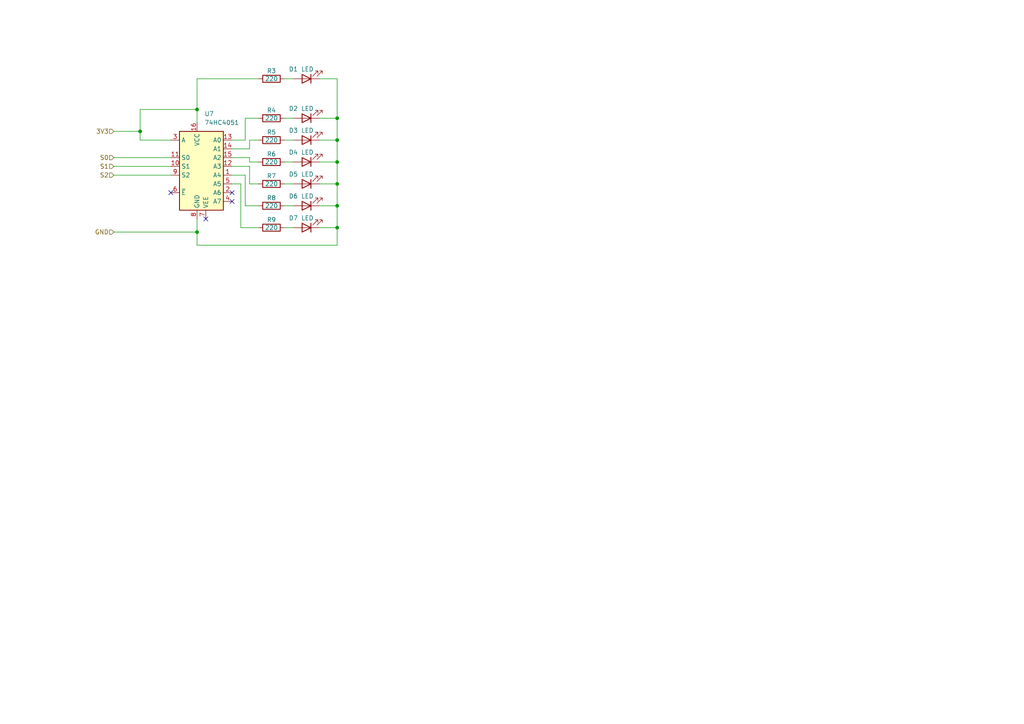
<source format=kicad_sch>
(kicad_sch (version 20250114) (generator "eeschema") (generator_version "9.0")
  (paper "A4")
  (title_block (title "OCS6 - Status LED Multiplexing") (company "Garrett Dickinson"))
  (lib_symbols
    (symbol "74xx:74HC4051"
      (property "Reference" "U" (at -5.08 11.43 0))
      (property "Value" "74HC4051" (at -7.62 -13.97 0))
      (symbol "74HC4051_0_1"
        (rectangle (start -5.08 10.16) (end 7.62 -12.7) (stroke (width 0.254)) (fill (type background)))
      )
      (symbol "74HC4051_1_1"
        (pin passive line (at -7.62 7.62 0) (length 2.54) (name "A") (number "3"))
        (pin input line (at -7.62 2.54 0) (length 2.54) (name "S0") (number "11"))
        (pin input line (at -7.62 0 0) (length 2.54) (name "S1") (number "10"))
        (pin input line (at -7.62 -2.54 0) (length 2.54) (name "S2") (number "9"))
        (pin input line (at -7.62 -7.62 0) (length 2.54) (name "~{E}") (number "6"))
        (pin power_in line (at 0 12.7 270) (length 2.54) (name "VCC") (number "16"))
        (pin power_in line (at 0 -15.24 90) (length 2.54) (name "GND") (number "8"))
        (pin power_in line (at 2.54 -15.24 90) (length 2.54) (name "VEE") (number "7"))
        (pin passive line (at 10.16 7.62 180) (length 2.54) (name "A0") (number "13"))
        (pin passive line (at 10.16 5.08 180) (length 2.54) (name "A1") (number "14"))
        (pin passive line (at 10.16 2.54 180) (length 2.54) (name "A2") (number "15"))
        (pin passive line (at 10.16 0 180) (length 2.54) (name "A3") (number "12"))
        (pin passive line (at 10.16 -2.54 180) (length 2.54) (name "A4") (number "1"))
        (pin passive line (at 10.16 -5.08 180) (length 2.54) (name "A5") (number "5"))
        (pin passive line (at 10.16 -7.62 180) (length 2.54) (name "A6") (number "2"))
        (pin passive line (at 10.16 -10.16 180) (length 2.54) (name "A7") (number "4"))
      )
    )
    (symbol "Device:LED" (pin_numbers (hide yes)) (pin_names (offset 1.016) (hide yes))
      (property "Reference" "D" (at 0 2.54 0))
      (property "Value" "LED" (at 0 -2.54 0))
      (symbol "LED_0_1"
        (polyline (pts (xy -3.048 -0.762) (xy -4.572 -2.286) (xy -3.81 -2.286) (xy -4.572 -2.286) (xy -4.572 -1.524)))
        (polyline (pts (xy -1.778 -0.762) (xy -3.302 -2.286) (xy -2.54 -2.286) (xy -3.302 -2.286) (xy -3.302 -1.524)))
        (polyline (pts (xy -1.27 0) (xy 1.27 0)))
        (polyline (pts (xy -1.27 -1.27) (xy -1.27 1.27)) (stroke (width 0.254)))
        (polyline (pts (xy 1.27 -1.27) (xy 1.27 1.27) (xy -1.27 0) (xy 1.27 -1.27)) (stroke (width 0.254)))
      )
      (symbol "LED_1_1"
        (pin passive line (at -3.81 0 0) (length 2.54) (name "K") (number "1"))
        (pin passive line (at 3.81 0 180) (length 2.54) (name "A") (number "2"))
      )
    )
    (symbol "Device:R" (pin_numbers (hide yes)) (pin_names (offset 0))
      (property "Reference" "R" (at 2.032 0 90))
      (property "Value" "R" (at 0 0 90))
      (symbol "R_0_1"
        (rectangle (start -1.016 -2.54) (end 1.016 2.54) (stroke (width 0.254)))
      )
      (symbol "R_1_1"
        (pin passive line (at 0 3.81 270) (length 1.27) (name "~") (number "1"))
        (pin passive line (at 0 -3.81 90) (length 1.27) (name "~") (number "2"))
      )
    )
  )
  (junction (at 97.79 59.69))
  (junction (at 97.79 53.34))
  (junction (at 97.79 34.29))
  (junction (at 57.15 31.75))
  (junction (at 57.15 67.31))
  (junction (at 97.79 66.04))
  (junction (at 40.64 38.1))
  (junction (at 97.79 40.64))
  (junction (at 97.79 46.99))
  (no_connect (at 67.31 58.42))
  (no_connect (at 49.53 55.88))
  (no_connect (at 59.69 63.5))
  (no_connect (at 67.31 55.88))
  (wire (pts (xy 82.55 59.69) (xy 85.09 59.69)))
  (wire (pts (xy 97.79 22.86) (xy 97.79 34.29)))
  (wire (pts (xy 57.15 67.31) (xy 57.15 63.5)))
  (wire (pts (xy 67.31 48.26) (xy 72.39 48.26)))
  (wire (pts (xy 82.55 34.29) (xy 85.09 34.29)))
  (wire (pts (xy 71.12 50.8) (xy 71.12 59.69)))
  (wire (pts (xy 97.79 66.04) (xy 97.79 71.12)))
  (wire (pts (xy 57.15 31.75) (xy 57.15 22.86)))
  (wire (pts (xy 67.31 53.34) (xy 69.85 53.34)))
  (wire (pts (xy 69.85 53.34) (xy 69.85 66.04)))
  (wire (pts (xy 72.39 43.18) (xy 72.39 40.64)))
  (wire (pts (xy 33.02 45.72) (xy 49.53 45.72)))
  (wire (pts (xy 82.55 66.04) (xy 85.09 66.04)))
  (wire (pts (xy 82.55 40.64) (xy 85.09 40.64)))
  (wire (pts (xy 72.39 45.72) (xy 72.39 46.99)))
  (wire (pts (xy 72.39 46.99) (xy 74.93 46.99)))
  (wire (pts (xy 33.02 67.31) (xy 57.15 67.31)))
  (wire (pts (xy 92.71 22.86) (xy 97.79 22.86)))
  (wire (pts (xy 97.79 34.29) (xy 97.79 40.64)))
  (wire (pts (xy 97.79 46.99) (xy 97.79 53.34)))
  (wire (pts (xy 67.31 45.72) (xy 72.39 45.72)))
  (wire (pts (xy 92.71 66.04) (xy 97.79 66.04)))
  (wire (pts (xy 57.15 22.86) (xy 74.93 22.86)))
  (wire (pts (xy 92.71 53.34) (xy 97.79 53.34)))
  (wire (pts (xy 97.79 53.34) (xy 97.79 59.69)))
  (wire (pts (xy 82.55 53.34) (xy 85.09 53.34)))
  (wire (pts (xy 40.64 31.75) (xy 57.15 31.75)))
  (wire (pts (xy 97.79 59.69) (xy 97.79 66.04)))
  (wire (pts (xy 92.71 46.99) (xy 97.79 46.99)))
  (wire (pts (xy 33.02 48.26) (xy 49.53 48.26)))
  (wire (pts (xy 72.39 53.34) (xy 74.93 53.34)))
  (wire (pts (xy 97.79 40.64) (xy 97.79 46.99)))
  (wire (pts (xy 69.85 66.04) (xy 74.93 66.04)))
  (wire (pts (xy 67.31 43.18) (xy 72.39 43.18)))
  (wire (pts (xy 71.12 40.64) (xy 71.12 34.29)))
  (wire (pts (xy 72.39 48.26) (xy 72.39 53.34)))
  (wire (pts (xy 71.12 34.29) (xy 74.93 34.29)))
  (wire (pts (xy 72.39 40.64) (xy 74.93 40.64)))
  (wire (pts (xy 71.12 59.69) (xy 74.93 59.69)))
  (wire (pts (xy 33.02 38.1) (xy 40.64 38.1)))
  (wire (pts (xy 57.15 71.12) (xy 97.79 71.12)))
  (wire (pts (xy 40.64 40.64) (xy 40.64 38.1)))
  (wire (pts (xy 49.53 40.64) (xy 40.64 40.64)))
  (wire (pts (xy 92.71 34.29) (xy 97.79 34.29)))
  (wire (pts (xy 40.64 38.1) (xy 40.64 31.75)))
  (wire (pts (xy 33.02 50.8) (xy 49.53 50.8)))
  (wire (pts (xy 57.15 71.12) (xy 57.15 67.31)))
  (wire (pts (xy 92.71 59.69) (xy 97.79 59.69)))
  (wire (pts (xy 67.31 40.64) (xy 71.12 40.64)))
  (wire (pts (xy 92.71 40.64) (xy 97.79 40.64)))
  (wire (pts (xy 82.55 22.86) (xy 85.09 22.86)))
  (wire (pts (xy 82.55 46.99) (xy 85.09 46.99)))
  (wire (pts (xy 57.15 31.75) (xy 57.15 35.56)))
  (wire (pts (xy 67.31 50.8) (xy 71.12 50.8)))
  (hierarchical_label "S2" (shape input) (at 33.02 50.8 180))
  (hierarchical_label "GND" (shape input) (at 33.02 67.31 180))
  (hierarchical_label "S0" (shape input) (at 33.02 45.72 180))
  (hierarchical_label "S1" (shape input) (at 33.02 48.26 180))
  (hierarchical_label "3V3" (shape input) (at 33.02 38.1 180))
  (symbol (lib_id "Device:R") (at 78.74 40.64 90) (unit 1)
    (property "Reference" "R5" (at 78.74 38.354 90))
    (property "Value" "220" (at 78.74 40.64 90))
    (property "Footprint" "Resistor_SMD:R_0201_0603Metric" (effects (hide yes)))
    (property "Description" "Resistor" (effects (hide yes)))
  )
  (symbol (lib_id "Device:R") (at 78.74 53.34 90) (unit 1)
    (property "Reference" "R7" (at 78.74 51.054 90))
    (property "Value" "220" (at 78.74 53.34 90))
    (property "Footprint" "Resistor_SMD:R_0201_0603Metric" (effects (hide yes)))
    (property "Description" "Resistor" (effects (hide yes)))
  )
  (symbol (lib_id "Device:LED") (at 88.9 40.64 180) (unit 1)
    (property "Reference" "D3" (at 85.09 37.846 0))
    (property "Value" "LED" (at 89.154 37.846 0))
    (property "Footprint" "LED_SMD:LED_0603_1608Metric" (effects (hide yes)))
    (property "Description" "Light emitting diode" (effects (hide yes)))
    (property "Sim.Pins" "1=K 2=A" (effects (hide yes)))
  )
  (symbol (lib_id "Device:R") (at 78.74 22.86 90) (unit 1)
    (property "Reference" "R3" (at 78.74 20.574 90))
    (property "Value" "220" (at 78.74 22.86 90))
    (property "Footprint" "Resistor_SMD:R_0201_0603Metric" (effects (hide yes)))
    (property "Description" "Resistor" (effects (hide yes)))
  )
  (symbol (lib_id "Device:LED") (at 88.9 59.69 180) (unit 1)
    (property "Reference" "D6" (at 85.09 56.896 0))
    (property "Value" "LED" (at 89.154 56.896 0))
    (property "Footprint" "LED_SMD:LED_0603_1608Metric" (effects (hide yes)))
    (property "Description" "Light emitting diode" (effects (hide yes)))
    (property "Sim.Pins" "1=K 2=A" (effects (hide yes)))
  )
  (symbol (lib_id "Device:LED") (at 88.9 46.99 180) (unit 1)
    (property "Reference" "D4" (at 85.09 44.196 0))
    (property "Value" "LED" (at 89.154 44.196 0))
    (property "Footprint" "LED_SMD:LED_0603_1608Metric" (effects (hide yes)))
    (property "Description" "Light emitting diode" (effects (hide yes)))
    (property "Sim.Pins" "1=K 2=A" (effects (hide yes)))
  )
  (symbol (lib_id "Device:LED") (at 88.9 53.34 180) (unit 1)
    (property "Reference" "D5" (at 85.09 50.546 0))
    (property "Value" "LED" (at 89.154 50.546 0))
    (property "Footprint" "LED_SMD:LED_0603_1608Metric" (effects (hide yes)))
    (property "Description" "Light emitting diode" (effects (hide yes)))
    (property "Sim.Pins" "1=K 2=A" (effects (hide yes)))
  )
  (symbol (lib_id "Device:R") (at 78.74 46.99 90) (unit 1)
    (property "Reference" "R6" (at 78.74 44.704 90))
    (property "Value" "220" (at 78.74 46.99 90))
    (property "Footprint" "Resistor_SMD:R_0201_0603Metric" (effects (hide yes)))
    (property "Description" "Resistor" (effects (hide yes)))
  )
  (symbol (lib_id "Device:LED") (at 88.9 22.86 180) (unit 1)
    (property "Reference" "D1" (at 85.09 20.066 0))
    (property "Value" "LED" (at 89.154 20.066 0))
    (property "Footprint" "LED_SMD:LED_0603_1608Metric" (effects (hide yes)))
    (property "Description" "Light emitting diode" (effects (hide yes)))
    (property "Sim.Pins" "1=K 2=A" (effects (hide yes)))
  )
  (symbol (lib_id "74xx:74HC4051") (at 57.15 48.26 0) (unit 1)
    (property "Reference" "U7" (at 59.2933 33.02 0) (effects (justify left)))
    (property "Value" "74HC4051" (at 59.2933 35.56 0) (effects (justify left)))
    (property "Footprint" "Package_SO:SOIC-16W_5.3x10.2mm_P1.27mm" (effects (hide yes)))
    (property "Datasheet" "http://www.ti.com/lit/ds/symlink/cd74hc4051.pdf" (effects (hide yes)))
    (property "Description" "8-channel analog multiplexer/demultiplexer, DIP-16/SOIC-16/TSSOP-16" (effects (hide yes)))
  )
  (symbol (lib_id "Device:R") (at 78.74 59.69 90) (unit 1)
    (property "Reference" "R8" (at 78.74 57.404 90))
    (property "Value" "220" (at 78.74 59.69 90))
    (property "Footprint" "Resistor_SMD:R_0201_0603Metric" (effects (hide yes)))
    (property "Description" "Resistor" (effects (hide yes)))
  )
  (symbol (lib_id "Device:R") (at 78.74 66.04 90) (unit 1)
    (property "Reference" "R9" (at 78.74 63.754 90))
    (property "Value" "220" (at 78.74 66.04 90))
    (property "Footprint" "Resistor_SMD:R_0201_0603Metric" (effects (hide yes)))
    (property "Description" "Resistor" (effects (hide yes)))
  )
  (symbol (lib_id "Device:LED") (at 88.9 66.04 180) (unit 1)
    (property "Reference" "D7" (at 85.09 63.246 0))
    (property "Value" "LED" (at 89.154 63.246 0))
    (property "Footprint" "LED_SMD:LED_0603_1608Metric" (effects (hide yes)))
    (property "Description" "Light emitting diode" (effects (hide yes)))
    (property "Sim.Pins" "1=K 2=A" (effects (hide yes)))
  )
  (symbol (lib_id "Device:R") (at 78.74 34.29 90) (unit 1)
    (property "Reference" "R4" (at 78.74 32.004 90))
    (property "Value" "220" (at 78.74 34.29 90))
    (property "Footprint" "Resistor_SMD:R_0201_0603Metric" (effects (hide yes)))
    (property "Description" "Resistor" (effects (hide yes)))
  )
  (symbol (lib_id "Device:LED") (at 88.9 34.29 180) (unit 1)
    (property "Reference" "D2" (at 85.09 31.496 0))
    (property "Value" "LED" (at 89.154 31.496 0))
    (property "Footprint" "LED_SMD:LED_0603_1608Metric" (effects (hide yes)))
    (property "Description" "Light emitting diode" (effects (hide yes)))
    (property "Sim.Pins" "1=K 2=A" (effects (hide yes)))
  )
)
</source>
